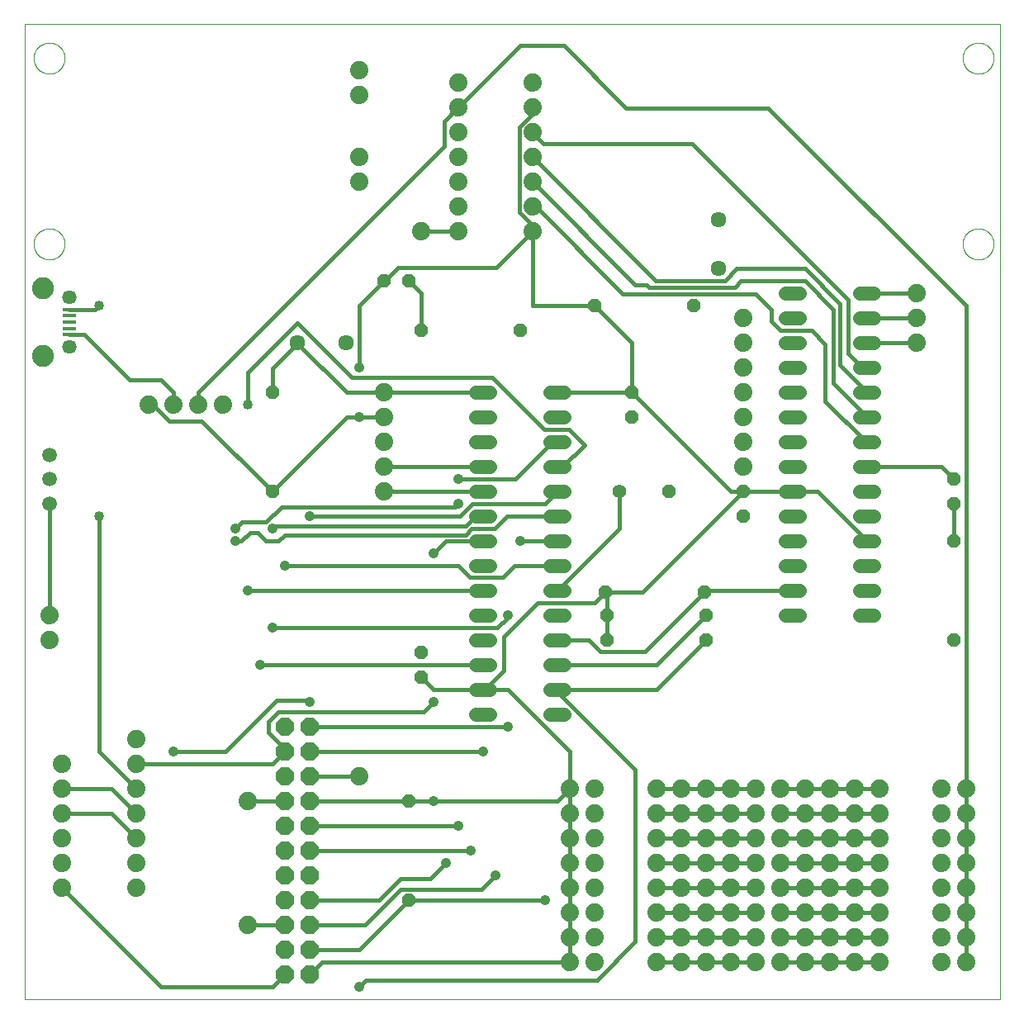
<source format=gtl>
G04 EAGLE Gerber RS-274X export*
G75*
%MOMM*%
%FSLAX34Y34*%
%LPD*%
%INTop Copper*%
%IPPOS*%
%AMOC8*
5,1,8,0,0,1.08239X$1,22.5*%
G01*
%ADD10C,0.000000*%
%ADD11C,1.422400*%
%ADD12R,1.350000X0.400000*%
%ADD13C,1.459600*%
%ADD14C,2.250000*%
%ADD15C,1.509600*%
%ADD16C,1.879600*%
%ADD17P,1.539592X8X22.500000*%
%ADD18P,1.539592X8X202.500000*%
%ADD19C,1.609600*%
%ADD20P,1.539592X8X292.500000*%
%ADD21P,1.539592X8X112.500000*%
%ADD22C,1.422400*%
%ADD23P,2.034460X8X112.500000*%
%ADD24C,0.406400*%
%ADD25C,1.016000*%
%ADD26C,1.058000*%


D10*
X0Y0D02*
X1000000Y0D01*
X1000000Y1000000D01*
X0Y1000000D01*
X0Y0D01*
X9525Y965200D02*
X9530Y965590D01*
X9544Y965979D01*
X9568Y966368D01*
X9601Y966756D01*
X9644Y967143D01*
X9697Y967529D01*
X9759Y967914D01*
X9830Y968297D01*
X9911Y968678D01*
X10001Y969057D01*
X10100Y969434D01*
X10209Y969808D01*
X10326Y970180D01*
X10453Y970548D01*
X10589Y970913D01*
X10733Y971275D01*
X10887Y971633D01*
X11049Y971987D01*
X11220Y972338D01*
X11399Y972683D01*
X11587Y973025D01*
X11784Y973361D01*
X11988Y973693D01*
X12200Y974020D01*
X12421Y974341D01*
X12649Y974657D01*
X12885Y974967D01*
X13128Y975271D01*
X13379Y975569D01*
X13637Y975861D01*
X13903Y976146D01*
X14175Y976425D01*
X14454Y976697D01*
X14739Y976963D01*
X15031Y977221D01*
X15329Y977472D01*
X15633Y977715D01*
X15943Y977951D01*
X16259Y978179D01*
X16580Y978400D01*
X16907Y978612D01*
X17239Y978816D01*
X17575Y979013D01*
X17917Y979201D01*
X18262Y979380D01*
X18613Y979551D01*
X18967Y979713D01*
X19325Y979867D01*
X19687Y980011D01*
X20052Y980147D01*
X20420Y980274D01*
X20792Y980391D01*
X21166Y980500D01*
X21543Y980599D01*
X21922Y980689D01*
X22303Y980770D01*
X22686Y980841D01*
X23071Y980903D01*
X23457Y980956D01*
X23844Y980999D01*
X24232Y981032D01*
X24621Y981056D01*
X25010Y981070D01*
X25400Y981075D01*
X25790Y981070D01*
X26179Y981056D01*
X26568Y981032D01*
X26956Y980999D01*
X27343Y980956D01*
X27729Y980903D01*
X28114Y980841D01*
X28497Y980770D01*
X28878Y980689D01*
X29257Y980599D01*
X29634Y980500D01*
X30008Y980391D01*
X30380Y980274D01*
X30748Y980147D01*
X31113Y980011D01*
X31475Y979867D01*
X31833Y979713D01*
X32187Y979551D01*
X32538Y979380D01*
X32883Y979201D01*
X33225Y979013D01*
X33561Y978816D01*
X33893Y978612D01*
X34220Y978400D01*
X34541Y978179D01*
X34857Y977951D01*
X35167Y977715D01*
X35471Y977472D01*
X35769Y977221D01*
X36061Y976963D01*
X36346Y976697D01*
X36625Y976425D01*
X36897Y976146D01*
X37163Y975861D01*
X37421Y975569D01*
X37672Y975271D01*
X37915Y974967D01*
X38151Y974657D01*
X38379Y974341D01*
X38600Y974020D01*
X38812Y973693D01*
X39016Y973361D01*
X39213Y973025D01*
X39401Y972683D01*
X39580Y972338D01*
X39751Y971987D01*
X39913Y971633D01*
X40067Y971275D01*
X40211Y970913D01*
X40347Y970548D01*
X40474Y970180D01*
X40591Y969808D01*
X40700Y969434D01*
X40799Y969057D01*
X40889Y968678D01*
X40970Y968297D01*
X41041Y967914D01*
X41103Y967529D01*
X41156Y967143D01*
X41199Y966756D01*
X41232Y966368D01*
X41256Y965979D01*
X41270Y965590D01*
X41275Y965200D01*
X41270Y964810D01*
X41256Y964421D01*
X41232Y964032D01*
X41199Y963644D01*
X41156Y963257D01*
X41103Y962871D01*
X41041Y962486D01*
X40970Y962103D01*
X40889Y961722D01*
X40799Y961343D01*
X40700Y960966D01*
X40591Y960592D01*
X40474Y960220D01*
X40347Y959852D01*
X40211Y959487D01*
X40067Y959125D01*
X39913Y958767D01*
X39751Y958413D01*
X39580Y958062D01*
X39401Y957717D01*
X39213Y957375D01*
X39016Y957039D01*
X38812Y956707D01*
X38600Y956380D01*
X38379Y956059D01*
X38151Y955743D01*
X37915Y955433D01*
X37672Y955129D01*
X37421Y954831D01*
X37163Y954539D01*
X36897Y954254D01*
X36625Y953975D01*
X36346Y953703D01*
X36061Y953437D01*
X35769Y953179D01*
X35471Y952928D01*
X35167Y952685D01*
X34857Y952449D01*
X34541Y952221D01*
X34220Y952000D01*
X33893Y951788D01*
X33561Y951584D01*
X33225Y951387D01*
X32883Y951199D01*
X32538Y951020D01*
X32187Y950849D01*
X31833Y950687D01*
X31475Y950533D01*
X31113Y950389D01*
X30748Y950253D01*
X30380Y950126D01*
X30008Y950009D01*
X29634Y949900D01*
X29257Y949801D01*
X28878Y949711D01*
X28497Y949630D01*
X28114Y949559D01*
X27729Y949497D01*
X27343Y949444D01*
X26956Y949401D01*
X26568Y949368D01*
X26179Y949344D01*
X25790Y949330D01*
X25400Y949325D01*
X25010Y949330D01*
X24621Y949344D01*
X24232Y949368D01*
X23844Y949401D01*
X23457Y949444D01*
X23071Y949497D01*
X22686Y949559D01*
X22303Y949630D01*
X21922Y949711D01*
X21543Y949801D01*
X21166Y949900D01*
X20792Y950009D01*
X20420Y950126D01*
X20052Y950253D01*
X19687Y950389D01*
X19325Y950533D01*
X18967Y950687D01*
X18613Y950849D01*
X18262Y951020D01*
X17917Y951199D01*
X17575Y951387D01*
X17239Y951584D01*
X16907Y951788D01*
X16580Y952000D01*
X16259Y952221D01*
X15943Y952449D01*
X15633Y952685D01*
X15329Y952928D01*
X15031Y953179D01*
X14739Y953437D01*
X14454Y953703D01*
X14175Y953975D01*
X13903Y954254D01*
X13637Y954539D01*
X13379Y954831D01*
X13128Y955129D01*
X12885Y955433D01*
X12649Y955743D01*
X12421Y956059D01*
X12200Y956380D01*
X11988Y956707D01*
X11784Y957039D01*
X11587Y957375D01*
X11399Y957717D01*
X11220Y958062D01*
X11049Y958413D01*
X10887Y958767D01*
X10733Y959125D01*
X10589Y959487D01*
X10453Y959852D01*
X10326Y960220D01*
X10209Y960592D01*
X10100Y960966D01*
X10001Y961343D01*
X9911Y961722D01*
X9830Y962103D01*
X9759Y962486D01*
X9697Y962871D01*
X9644Y963257D01*
X9601Y963644D01*
X9568Y964032D01*
X9544Y964421D01*
X9530Y964810D01*
X9525Y965200D01*
X9525Y774700D02*
X9530Y775090D01*
X9544Y775479D01*
X9568Y775868D01*
X9601Y776256D01*
X9644Y776643D01*
X9697Y777029D01*
X9759Y777414D01*
X9830Y777797D01*
X9911Y778178D01*
X10001Y778557D01*
X10100Y778934D01*
X10209Y779308D01*
X10326Y779680D01*
X10453Y780048D01*
X10589Y780413D01*
X10733Y780775D01*
X10887Y781133D01*
X11049Y781487D01*
X11220Y781838D01*
X11399Y782183D01*
X11587Y782525D01*
X11784Y782861D01*
X11988Y783193D01*
X12200Y783520D01*
X12421Y783841D01*
X12649Y784157D01*
X12885Y784467D01*
X13128Y784771D01*
X13379Y785069D01*
X13637Y785361D01*
X13903Y785646D01*
X14175Y785925D01*
X14454Y786197D01*
X14739Y786463D01*
X15031Y786721D01*
X15329Y786972D01*
X15633Y787215D01*
X15943Y787451D01*
X16259Y787679D01*
X16580Y787900D01*
X16907Y788112D01*
X17239Y788316D01*
X17575Y788513D01*
X17917Y788701D01*
X18262Y788880D01*
X18613Y789051D01*
X18967Y789213D01*
X19325Y789367D01*
X19687Y789511D01*
X20052Y789647D01*
X20420Y789774D01*
X20792Y789891D01*
X21166Y790000D01*
X21543Y790099D01*
X21922Y790189D01*
X22303Y790270D01*
X22686Y790341D01*
X23071Y790403D01*
X23457Y790456D01*
X23844Y790499D01*
X24232Y790532D01*
X24621Y790556D01*
X25010Y790570D01*
X25400Y790575D01*
X25790Y790570D01*
X26179Y790556D01*
X26568Y790532D01*
X26956Y790499D01*
X27343Y790456D01*
X27729Y790403D01*
X28114Y790341D01*
X28497Y790270D01*
X28878Y790189D01*
X29257Y790099D01*
X29634Y790000D01*
X30008Y789891D01*
X30380Y789774D01*
X30748Y789647D01*
X31113Y789511D01*
X31475Y789367D01*
X31833Y789213D01*
X32187Y789051D01*
X32538Y788880D01*
X32883Y788701D01*
X33225Y788513D01*
X33561Y788316D01*
X33893Y788112D01*
X34220Y787900D01*
X34541Y787679D01*
X34857Y787451D01*
X35167Y787215D01*
X35471Y786972D01*
X35769Y786721D01*
X36061Y786463D01*
X36346Y786197D01*
X36625Y785925D01*
X36897Y785646D01*
X37163Y785361D01*
X37421Y785069D01*
X37672Y784771D01*
X37915Y784467D01*
X38151Y784157D01*
X38379Y783841D01*
X38600Y783520D01*
X38812Y783193D01*
X39016Y782861D01*
X39213Y782525D01*
X39401Y782183D01*
X39580Y781838D01*
X39751Y781487D01*
X39913Y781133D01*
X40067Y780775D01*
X40211Y780413D01*
X40347Y780048D01*
X40474Y779680D01*
X40591Y779308D01*
X40700Y778934D01*
X40799Y778557D01*
X40889Y778178D01*
X40970Y777797D01*
X41041Y777414D01*
X41103Y777029D01*
X41156Y776643D01*
X41199Y776256D01*
X41232Y775868D01*
X41256Y775479D01*
X41270Y775090D01*
X41275Y774700D01*
X41270Y774310D01*
X41256Y773921D01*
X41232Y773532D01*
X41199Y773144D01*
X41156Y772757D01*
X41103Y772371D01*
X41041Y771986D01*
X40970Y771603D01*
X40889Y771222D01*
X40799Y770843D01*
X40700Y770466D01*
X40591Y770092D01*
X40474Y769720D01*
X40347Y769352D01*
X40211Y768987D01*
X40067Y768625D01*
X39913Y768267D01*
X39751Y767913D01*
X39580Y767562D01*
X39401Y767217D01*
X39213Y766875D01*
X39016Y766539D01*
X38812Y766207D01*
X38600Y765880D01*
X38379Y765559D01*
X38151Y765243D01*
X37915Y764933D01*
X37672Y764629D01*
X37421Y764331D01*
X37163Y764039D01*
X36897Y763754D01*
X36625Y763475D01*
X36346Y763203D01*
X36061Y762937D01*
X35769Y762679D01*
X35471Y762428D01*
X35167Y762185D01*
X34857Y761949D01*
X34541Y761721D01*
X34220Y761500D01*
X33893Y761288D01*
X33561Y761084D01*
X33225Y760887D01*
X32883Y760699D01*
X32538Y760520D01*
X32187Y760349D01*
X31833Y760187D01*
X31475Y760033D01*
X31113Y759889D01*
X30748Y759753D01*
X30380Y759626D01*
X30008Y759509D01*
X29634Y759400D01*
X29257Y759301D01*
X28878Y759211D01*
X28497Y759130D01*
X28114Y759059D01*
X27729Y758997D01*
X27343Y758944D01*
X26956Y758901D01*
X26568Y758868D01*
X26179Y758844D01*
X25790Y758830D01*
X25400Y758825D01*
X25010Y758830D01*
X24621Y758844D01*
X24232Y758868D01*
X23844Y758901D01*
X23457Y758944D01*
X23071Y758997D01*
X22686Y759059D01*
X22303Y759130D01*
X21922Y759211D01*
X21543Y759301D01*
X21166Y759400D01*
X20792Y759509D01*
X20420Y759626D01*
X20052Y759753D01*
X19687Y759889D01*
X19325Y760033D01*
X18967Y760187D01*
X18613Y760349D01*
X18262Y760520D01*
X17917Y760699D01*
X17575Y760887D01*
X17239Y761084D01*
X16907Y761288D01*
X16580Y761500D01*
X16259Y761721D01*
X15943Y761949D01*
X15633Y762185D01*
X15329Y762428D01*
X15031Y762679D01*
X14739Y762937D01*
X14454Y763203D01*
X14175Y763475D01*
X13903Y763754D01*
X13637Y764039D01*
X13379Y764331D01*
X13128Y764629D01*
X12885Y764933D01*
X12649Y765243D01*
X12421Y765559D01*
X12200Y765880D01*
X11988Y766207D01*
X11784Y766539D01*
X11587Y766875D01*
X11399Y767217D01*
X11220Y767562D01*
X11049Y767913D01*
X10887Y768267D01*
X10733Y768625D01*
X10589Y768987D01*
X10453Y769352D01*
X10326Y769720D01*
X10209Y770092D01*
X10100Y770466D01*
X10001Y770843D01*
X9911Y771222D01*
X9830Y771603D01*
X9759Y771986D01*
X9697Y772371D01*
X9644Y772757D01*
X9601Y773144D01*
X9568Y773532D01*
X9544Y773921D01*
X9530Y774310D01*
X9525Y774700D01*
X962025Y774700D02*
X962030Y775090D01*
X962044Y775479D01*
X962068Y775868D01*
X962101Y776256D01*
X962144Y776643D01*
X962197Y777029D01*
X962259Y777414D01*
X962330Y777797D01*
X962411Y778178D01*
X962501Y778557D01*
X962600Y778934D01*
X962709Y779308D01*
X962826Y779680D01*
X962953Y780048D01*
X963089Y780413D01*
X963233Y780775D01*
X963387Y781133D01*
X963549Y781487D01*
X963720Y781838D01*
X963899Y782183D01*
X964087Y782525D01*
X964284Y782861D01*
X964488Y783193D01*
X964700Y783520D01*
X964921Y783841D01*
X965149Y784157D01*
X965385Y784467D01*
X965628Y784771D01*
X965879Y785069D01*
X966137Y785361D01*
X966403Y785646D01*
X966675Y785925D01*
X966954Y786197D01*
X967239Y786463D01*
X967531Y786721D01*
X967829Y786972D01*
X968133Y787215D01*
X968443Y787451D01*
X968759Y787679D01*
X969080Y787900D01*
X969407Y788112D01*
X969739Y788316D01*
X970075Y788513D01*
X970417Y788701D01*
X970762Y788880D01*
X971113Y789051D01*
X971467Y789213D01*
X971825Y789367D01*
X972187Y789511D01*
X972552Y789647D01*
X972920Y789774D01*
X973292Y789891D01*
X973666Y790000D01*
X974043Y790099D01*
X974422Y790189D01*
X974803Y790270D01*
X975186Y790341D01*
X975571Y790403D01*
X975957Y790456D01*
X976344Y790499D01*
X976732Y790532D01*
X977121Y790556D01*
X977510Y790570D01*
X977900Y790575D01*
X978290Y790570D01*
X978679Y790556D01*
X979068Y790532D01*
X979456Y790499D01*
X979843Y790456D01*
X980229Y790403D01*
X980614Y790341D01*
X980997Y790270D01*
X981378Y790189D01*
X981757Y790099D01*
X982134Y790000D01*
X982508Y789891D01*
X982880Y789774D01*
X983248Y789647D01*
X983613Y789511D01*
X983975Y789367D01*
X984333Y789213D01*
X984687Y789051D01*
X985038Y788880D01*
X985383Y788701D01*
X985725Y788513D01*
X986061Y788316D01*
X986393Y788112D01*
X986720Y787900D01*
X987041Y787679D01*
X987357Y787451D01*
X987667Y787215D01*
X987971Y786972D01*
X988269Y786721D01*
X988561Y786463D01*
X988846Y786197D01*
X989125Y785925D01*
X989397Y785646D01*
X989663Y785361D01*
X989921Y785069D01*
X990172Y784771D01*
X990415Y784467D01*
X990651Y784157D01*
X990879Y783841D01*
X991100Y783520D01*
X991312Y783193D01*
X991516Y782861D01*
X991713Y782525D01*
X991901Y782183D01*
X992080Y781838D01*
X992251Y781487D01*
X992413Y781133D01*
X992567Y780775D01*
X992711Y780413D01*
X992847Y780048D01*
X992974Y779680D01*
X993091Y779308D01*
X993200Y778934D01*
X993299Y778557D01*
X993389Y778178D01*
X993470Y777797D01*
X993541Y777414D01*
X993603Y777029D01*
X993656Y776643D01*
X993699Y776256D01*
X993732Y775868D01*
X993756Y775479D01*
X993770Y775090D01*
X993775Y774700D01*
X993770Y774310D01*
X993756Y773921D01*
X993732Y773532D01*
X993699Y773144D01*
X993656Y772757D01*
X993603Y772371D01*
X993541Y771986D01*
X993470Y771603D01*
X993389Y771222D01*
X993299Y770843D01*
X993200Y770466D01*
X993091Y770092D01*
X992974Y769720D01*
X992847Y769352D01*
X992711Y768987D01*
X992567Y768625D01*
X992413Y768267D01*
X992251Y767913D01*
X992080Y767562D01*
X991901Y767217D01*
X991713Y766875D01*
X991516Y766539D01*
X991312Y766207D01*
X991100Y765880D01*
X990879Y765559D01*
X990651Y765243D01*
X990415Y764933D01*
X990172Y764629D01*
X989921Y764331D01*
X989663Y764039D01*
X989397Y763754D01*
X989125Y763475D01*
X988846Y763203D01*
X988561Y762937D01*
X988269Y762679D01*
X987971Y762428D01*
X987667Y762185D01*
X987357Y761949D01*
X987041Y761721D01*
X986720Y761500D01*
X986393Y761288D01*
X986061Y761084D01*
X985725Y760887D01*
X985383Y760699D01*
X985038Y760520D01*
X984687Y760349D01*
X984333Y760187D01*
X983975Y760033D01*
X983613Y759889D01*
X983248Y759753D01*
X982880Y759626D01*
X982508Y759509D01*
X982134Y759400D01*
X981757Y759301D01*
X981378Y759211D01*
X980997Y759130D01*
X980614Y759059D01*
X980229Y758997D01*
X979843Y758944D01*
X979456Y758901D01*
X979068Y758868D01*
X978679Y758844D01*
X978290Y758830D01*
X977900Y758825D01*
X977510Y758830D01*
X977121Y758844D01*
X976732Y758868D01*
X976344Y758901D01*
X975957Y758944D01*
X975571Y758997D01*
X975186Y759059D01*
X974803Y759130D01*
X974422Y759211D01*
X974043Y759301D01*
X973666Y759400D01*
X973292Y759509D01*
X972920Y759626D01*
X972552Y759753D01*
X972187Y759889D01*
X971825Y760033D01*
X971467Y760187D01*
X971113Y760349D01*
X970762Y760520D01*
X970417Y760699D01*
X970075Y760887D01*
X969739Y761084D01*
X969407Y761288D01*
X969080Y761500D01*
X968759Y761721D01*
X968443Y761949D01*
X968133Y762185D01*
X967829Y762428D01*
X967531Y762679D01*
X967239Y762937D01*
X966954Y763203D01*
X966675Y763475D01*
X966403Y763754D01*
X966137Y764039D01*
X965879Y764331D01*
X965628Y764629D01*
X965385Y764933D01*
X965149Y765243D01*
X964921Y765559D01*
X964700Y765880D01*
X964488Y766207D01*
X964284Y766539D01*
X964087Y766875D01*
X963899Y767217D01*
X963720Y767562D01*
X963549Y767913D01*
X963387Y768267D01*
X963233Y768625D01*
X963089Y768987D01*
X962953Y769352D01*
X962826Y769720D01*
X962709Y770092D01*
X962600Y770466D01*
X962501Y770843D01*
X962411Y771222D01*
X962330Y771603D01*
X962259Y771986D01*
X962197Y772371D01*
X962144Y772757D01*
X962101Y773144D01*
X962068Y773532D01*
X962044Y773921D01*
X962030Y774310D01*
X962025Y774700D01*
X962025Y965200D02*
X962030Y965590D01*
X962044Y965979D01*
X962068Y966368D01*
X962101Y966756D01*
X962144Y967143D01*
X962197Y967529D01*
X962259Y967914D01*
X962330Y968297D01*
X962411Y968678D01*
X962501Y969057D01*
X962600Y969434D01*
X962709Y969808D01*
X962826Y970180D01*
X962953Y970548D01*
X963089Y970913D01*
X963233Y971275D01*
X963387Y971633D01*
X963549Y971987D01*
X963720Y972338D01*
X963899Y972683D01*
X964087Y973025D01*
X964284Y973361D01*
X964488Y973693D01*
X964700Y974020D01*
X964921Y974341D01*
X965149Y974657D01*
X965385Y974967D01*
X965628Y975271D01*
X965879Y975569D01*
X966137Y975861D01*
X966403Y976146D01*
X966675Y976425D01*
X966954Y976697D01*
X967239Y976963D01*
X967531Y977221D01*
X967829Y977472D01*
X968133Y977715D01*
X968443Y977951D01*
X968759Y978179D01*
X969080Y978400D01*
X969407Y978612D01*
X969739Y978816D01*
X970075Y979013D01*
X970417Y979201D01*
X970762Y979380D01*
X971113Y979551D01*
X971467Y979713D01*
X971825Y979867D01*
X972187Y980011D01*
X972552Y980147D01*
X972920Y980274D01*
X973292Y980391D01*
X973666Y980500D01*
X974043Y980599D01*
X974422Y980689D01*
X974803Y980770D01*
X975186Y980841D01*
X975571Y980903D01*
X975957Y980956D01*
X976344Y980999D01*
X976732Y981032D01*
X977121Y981056D01*
X977510Y981070D01*
X977900Y981075D01*
X978290Y981070D01*
X978679Y981056D01*
X979068Y981032D01*
X979456Y980999D01*
X979843Y980956D01*
X980229Y980903D01*
X980614Y980841D01*
X980997Y980770D01*
X981378Y980689D01*
X981757Y980599D01*
X982134Y980500D01*
X982508Y980391D01*
X982880Y980274D01*
X983248Y980147D01*
X983613Y980011D01*
X983975Y979867D01*
X984333Y979713D01*
X984687Y979551D01*
X985038Y979380D01*
X985383Y979201D01*
X985725Y979013D01*
X986061Y978816D01*
X986393Y978612D01*
X986720Y978400D01*
X987041Y978179D01*
X987357Y977951D01*
X987667Y977715D01*
X987971Y977472D01*
X988269Y977221D01*
X988561Y976963D01*
X988846Y976697D01*
X989125Y976425D01*
X989397Y976146D01*
X989663Y975861D01*
X989921Y975569D01*
X990172Y975271D01*
X990415Y974967D01*
X990651Y974657D01*
X990879Y974341D01*
X991100Y974020D01*
X991312Y973693D01*
X991516Y973361D01*
X991713Y973025D01*
X991901Y972683D01*
X992080Y972338D01*
X992251Y971987D01*
X992413Y971633D01*
X992567Y971275D01*
X992711Y970913D01*
X992847Y970548D01*
X992974Y970180D01*
X993091Y969808D01*
X993200Y969434D01*
X993299Y969057D01*
X993389Y968678D01*
X993470Y968297D01*
X993541Y967914D01*
X993603Y967529D01*
X993656Y967143D01*
X993699Y966756D01*
X993732Y966368D01*
X993756Y965979D01*
X993770Y965590D01*
X993775Y965200D01*
X993770Y964810D01*
X993756Y964421D01*
X993732Y964032D01*
X993699Y963644D01*
X993656Y963257D01*
X993603Y962871D01*
X993541Y962486D01*
X993470Y962103D01*
X993389Y961722D01*
X993299Y961343D01*
X993200Y960966D01*
X993091Y960592D01*
X992974Y960220D01*
X992847Y959852D01*
X992711Y959487D01*
X992567Y959125D01*
X992413Y958767D01*
X992251Y958413D01*
X992080Y958062D01*
X991901Y957717D01*
X991713Y957375D01*
X991516Y957039D01*
X991312Y956707D01*
X991100Y956380D01*
X990879Y956059D01*
X990651Y955743D01*
X990415Y955433D01*
X990172Y955129D01*
X989921Y954831D01*
X989663Y954539D01*
X989397Y954254D01*
X989125Y953975D01*
X988846Y953703D01*
X988561Y953437D01*
X988269Y953179D01*
X987971Y952928D01*
X987667Y952685D01*
X987357Y952449D01*
X987041Y952221D01*
X986720Y952000D01*
X986393Y951788D01*
X986061Y951584D01*
X985725Y951387D01*
X985383Y951199D01*
X985038Y951020D01*
X984687Y950849D01*
X984333Y950687D01*
X983975Y950533D01*
X983613Y950389D01*
X983248Y950253D01*
X982880Y950126D01*
X982508Y950009D01*
X982134Y949900D01*
X981757Y949801D01*
X981378Y949711D01*
X980997Y949630D01*
X980614Y949559D01*
X980229Y949497D01*
X979843Y949444D01*
X979456Y949401D01*
X979068Y949368D01*
X978679Y949344D01*
X978290Y949330D01*
X977900Y949325D01*
X977510Y949330D01*
X977121Y949344D01*
X976732Y949368D01*
X976344Y949401D01*
X975957Y949444D01*
X975571Y949497D01*
X975186Y949559D01*
X974803Y949630D01*
X974422Y949711D01*
X974043Y949801D01*
X973666Y949900D01*
X973292Y950009D01*
X972920Y950126D01*
X972552Y950253D01*
X972187Y950389D01*
X971825Y950533D01*
X971467Y950687D01*
X971113Y950849D01*
X970762Y951020D01*
X970417Y951199D01*
X970075Y951387D01*
X969739Y951584D01*
X969407Y951788D01*
X969080Y952000D01*
X968759Y952221D01*
X968443Y952449D01*
X968133Y952685D01*
X967829Y952928D01*
X967531Y953179D01*
X967239Y953437D01*
X966954Y953703D01*
X966675Y953975D01*
X966403Y954254D01*
X966137Y954539D01*
X965879Y954831D01*
X965628Y955129D01*
X965385Y955433D01*
X965149Y955743D01*
X964921Y956059D01*
X964700Y956380D01*
X964488Y956707D01*
X964284Y957039D01*
X964087Y957375D01*
X963899Y957717D01*
X963720Y958062D01*
X963549Y958413D01*
X963387Y958767D01*
X963233Y959125D01*
X963089Y959487D01*
X962953Y959852D01*
X962826Y960220D01*
X962709Y960592D01*
X962600Y960966D01*
X962501Y961343D01*
X962411Y961722D01*
X962330Y962103D01*
X962259Y962486D01*
X962197Y962871D01*
X962144Y963257D01*
X962101Y963644D01*
X962068Y964032D01*
X962044Y964421D01*
X962030Y964810D01*
X962025Y965200D01*
D11*
X477012Y622300D02*
X462788Y622300D01*
X462788Y596900D02*
X477012Y596900D01*
X477012Y571500D02*
X462788Y571500D01*
X462788Y546100D02*
X477012Y546100D01*
X477012Y520700D02*
X462788Y520700D01*
X462788Y495300D02*
X477012Y495300D01*
X477012Y469900D02*
X462788Y469900D01*
X462788Y444500D02*
X477012Y444500D01*
X477012Y419100D02*
X462788Y419100D01*
X462788Y393700D02*
X477012Y393700D01*
X477012Y368300D02*
X462788Y368300D01*
X462788Y342900D02*
X477012Y342900D01*
X477012Y317500D02*
X462788Y317500D01*
X462788Y292100D02*
X477012Y292100D01*
X538988Y292100D02*
X553212Y292100D01*
X553212Y317500D02*
X538988Y317500D01*
X538988Y342900D02*
X553212Y342900D01*
X553212Y368300D02*
X538988Y368300D01*
X538988Y393700D02*
X553212Y393700D01*
X553212Y419100D02*
X538988Y419100D01*
X538988Y444500D02*
X553212Y444500D01*
X553212Y469900D02*
X538988Y469900D01*
X538988Y495300D02*
X553212Y495300D01*
X553212Y520700D02*
X538988Y520700D01*
X538988Y546100D02*
X553212Y546100D01*
X553212Y571500D02*
X538988Y571500D01*
X538988Y596900D02*
X553212Y596900D01*
X553212Y622300D02*
X538988Y622300D01*
D12*
X46050Y707690D03*
X46050Y701190D03*
X46050Y694690D03*
X46050Y688090D03*
X46050Y681690D03*
D13*
X46050Y720090D03*
X46050Y669290D03*
D14*
X19050Y729690D03*
X19050Y659690D03*
D15*
X25400Y558400D03*
X25400Y533400D03*
X25400Y508400D03*
D16*
X25400Y368300D03*
X25400Y393700D03*
X127000Y609600D03*
X152400Y609600D03*
X177800Y609600D03*
X203200Y609600D03*
D17*
X368300Y736600D03*
X393700Y736600D03*
D18*
X508000Y685800D03*
X406400Y685800D03*
D16*
X368300Y622300D03*
X368300Y596900D03*
X368300Y571500D03*
X368300Y546100D03*
X368300Y520700D03*
D19*
X279800Y673100D03*
X329800Y673100D03*
D20*
X254000Y622300D03*
X254000Y520700D03*
X622300Y622300D03*
X622300Y596900D03*
D21*
X406400Y330200D03*
X406400Y355600D03*
D22*
X609600Y520700D03*
D17*
X660400Y520700D03*
D16*
X38100Y241300D03*
X38100Y215900D03*
X38100Y190500D03*
X38100Y165100D03*
X38100Y139700D03*
X38100Y114300D03*
X114300Y266700D03*
X114300Y241300D03*
X114300Y215900D03*
X114300Y190500D03*
X114300Y165100D03*
X114300Y139700D03*
X114300Y114300D03*
D11*
X780288Y723900D02*
X794512Y723900D01*
X794512Y698500D02*
X780288Y698500D01*
X780288Y673100D02*
X794512Y673100D01*
X794512Y647700D02*
X780288Y647700D01*
X780288Y622300D02*
X794512Y622300D01*
X794512Y596900D02*
X780288Y596900D01*
X780288Y571500D02*
X794512Y571500D01*
X794512Y546100D02*
X780288Y546100D01*
X780288Y520700D02*
X794512Y520700D01*
X794512Y495300D02*
X780288Y495300D01*
X780288Y469900D02*
X794512Y469900D01*
X794512Y444500D02*
X780288Y444500D01*
X780288Y419100D02*
X794512Y419100D01*
X794512Y393700D02*
X780288Y393700D01*
X856488Y393700D02*
X870712Y393700D01*
X870712Y419100D02*
X856488Y419100D01*
X856488Y444500D02*
X870712Y444500D01*
X870712Y469900D02*
X856488Y469900D01*
X856488Y495300D02*
X870712Y495300D01*
X870712Y520700D02*
X856488Y520700D01*
X856488Y546100D02*
X870712Y546100D01*
X870712Y571500D02*
X856488Y571500D01*
X856488Y596900D02*
X870712Y596900D01*
X870712Y622300D02*
X856488Y622300D01*
X856488Y647700D02*
X870712Y647700D01*
X870712Y673100D02*
X856488Y673100D01*
X856488Y698500D02*
X870712Y698500D01*
X870712Y723900D02*
X856488Y723900D01*
D20*
X736600Y520700D03*
X736600Y495300D03*
D18*
X698500Y393700D03*
X596900Y393700D03*
X697230Y417830D03*
X595630Y417830D03*
D20*
X952500Y533400D03*
X952500Y508000D03*
D21*
X952500Y368300D03*
X952500Y469900D03*
D19*
X711200Y749700D03*
X711200Y799700D03*
D18*
X685800Y711200D03*
X584200Y711200D03*
D16*
X444500Y939800D03*
X444500Y914400D03*
X444500Y889000D03*
X444500Y863600D03*
X444500Y838200D03*
X444500Y812800D03*
X444500Y787400D03*
X520700Y787400D03*
X520700Y812800D03*
X520700Y838200D03*
X520700Y863600D03*
X520700Y889000D03*
X520700Y914400D03*
X520700Y939800D03*
X342900Y927100D03*
X342900Y952500D03*
X342900Y838200D03*
X342900Y863600D03*
D23*
X292100Y25400D03*
X266700Y25400D03*
X292100Y50800D03*
X266700Y50800D03*
X292100Y76200D03*
X266700Y76200D03*
X292100Y101600D03*
X266700Y101600D03*
X292100Y127000D03*
X266700Y127000D03*
X292100Y152400D03*
X266700Y152400D03*
X292100Y177800D03*
X266700Y177800D03*
X292100Y203200D03*
X266700Y203200D03*
X292100Y228600D03*
X266700Y228600D03*
X292100Y254000D03*
X266700Y254000D03*
X292100Y279400D03*
X266700Y279400D03*
D18*
X698500Y368300D03*
X596900Y368300D03*
D21*
X393700Y101600D03*
X393700Y203200D03*
D16*
X228600Y203200D03*
X228600Y76200D03*
X342900Y228600D03*
X736600Y698500D03*
X736600Y673100D03*
X736600Y647700D03*
X736600Y622300D03*
X736600Y596900D03*
X736600Y571500D03*
X736600Y546100D03*
X914400Y723900D03*
X914400Y698500D03*
X914400Y673100D03*
X749300Y38100D03*
X749300Y63500D03*
X749300Y88900D03*
X749300Y114300D03*
X749300Y139700D03*
X749300Y165100D03*
X749300Y190500D03*
X749300Y215900D03*
X673100Y38100D03*
X673100Y63500D03*
X673100Y88900D03*
X673100Y114300D03*
X673100Y139700D03*
X673100Y165100D03*
X673100Y190500D03*
X673100Y215900D03*
X647700Y38100D03*
X647700Y63500D03*
X647700Y88900D03*
X647700Y114300D03*
X647700Y139700D03*
X647700Y165100D03*
X647700Y190500D03*
X647700Y215900D03*
X698500Y38100D03*
X698500Y63500D03*
X698500Y88900D03*
X698500Y114300D03*
X698500Y139700D03*
X698500Y165100D03*
X698500Y190500D03*
X698500Y215900D03*
X723900Y38100D03*
X723900Y63500D03*
X723900Y88900D03*
X723900Y114300D03*
X723900Y139700D03*
X723900Y165100D03*
X723900Y190500D03*
X723900Y215900D03*
X774700Y38100D03*
X774700Y63500D03*
X774700Y88900D03*
X774700Y114300D03*
X774700Y139700D03*
X774700Y165100D03*
X774700Y190500D03*
X774700Y215900D03*
X800100Y38100D03*
X800100Y63500D03*
X800100Y88900D03*
X800100Y114300D03*
X800100Y139700D03*
X800100Y165100D03*
X800100Y190500D03*
X800100Y215900D03*
X825500Y38100D03*
X825500Y63500D03*
X825500Y88900D03*
X825500Y114300D03*
X825500Y139700D03*
X825500Y165100D03*
X825500Y190500D03*
X825500Y215900D03*
X850900Y38100D03*
X850900Y63500D03*
X850900Y88900D03*
X850900Y114300D03*
X850900Y139700D03*
X850900Y165100D03*
X850900Y190500D03*
X850900Y215900D03*
X876300Y38100D03*
X876300Y63500D03*
X876300Y88900D03*
X876300Y114300D03*
X876300Y139700D03*
X876300Y165100D03*
X876300Y190500D03*
X876300Y215900D03*
X558800Y38100D03*
X558800Y63500D03*
X558800Y88900D03*
X558800Y114300D03*
X558800Y139700D03*
X558800Y165100D03*
X558800Y190500D03*
X558800Y215900D03*
X584200Y38100D03*
X584200Y63500D03*
X584200Y88900D03*
X584200Y114300D03*
X584200Y139700D03*
X584200Y165100D03*
X584200Y190500D03*
X584200Y215900D03*
X939800Y38100D03*
X939800Y63500D03*
X939800Y88900D03*
X939800Y114300D03*
X939800Y139700D03*
X939800Y165100D03*
X939800Y190500D03*
X939800Y215900D03*
X965200Y38100D03*
X965200Y63500D03*
X965200Y88900D03*
X965200Y114300D03*
X965200Y139700D03*
X965200Y165100D03*
X965200Y190500D03*
X965200Y215900D03*
X406400Y787400D03*
D24*
X107980Y635000D02*
X61290Y681690D01*
X46050Y681690D01*
X107980Y635000D02*
X139700Y635000D01*
X152400Y622300D01*
X152400Y609600D01*
X266700Y25400D02*
X254000Y12700D01*
X139700Y12700D01*
X38100Y114300D01*
X46050Y707690D02*
X72690Y707690D01*
X76200Y711200D01*
D25*
X76200Y711200D03*
D24*
X25400Y508400D02*
X25400Y393700D01*
X177800Y609600D02*
X177800Y622300D01*
X965200Y711200D02*
X965200Y215900D01*
X762254Y914146D02*
X616934Y914146D01*
X762254Y914146D02*
X965200Y711200D01*
X965200Y215900D02*
X965200Y190500D01*
X965200Y165100D01*
X965200Y139700D01*
X965200Y114300D01*
X965200Y88900D01*
X965200Y63500D01*
X965200Y38100D01*
X430276Y874776D02*
X430276Y900716D01*
X443960Y914400D02*
X444500Y914400D01*
X443960Y914400D02*
X430276Y900716D01*
X430276Y874776D02*
X177800Y622300D01*
X444500Y914400D02*
X508000Y977900D01*
X553180Y977900D02*
X616934Y914146D01*
X553180Y977900D02*
X508000Y977900D01*
X181864Y592836D02*
X254000Y520700D01*
X131540Y609600D02*
X127000Y609600D01*
X131540Y609600D02*
X148304Y592836D01*
X181864Y592836D01*
X254000Y520700D02*
X330200Y596900D01*
X342900Y596900D01*
X368300Y736600D02*
X369172Y736600D01*
X383142Y750570D01*
X520700Y711200D02*
X584200Y711200D01*
X622300Y673100D01*
X622300Y622300D01*
X546100Y622300D01*
X622300Y622300D02*
X723900Y520700D01*
X736600Y520700D01*
X633730Y417830D01*
X595630Y417830D01*
X736600Y520700D02*
X787400Y520700D01*
X812800Y520700D01*
X863600Y469900D01*
X595630Y417830D02*
X584200Y406400D01*
X525780Y406400D01*
X491744Y372364D01*
X491744Y337422D02*
X471822Y317500D01*
X469900Y317500D01*
X491744Y337422D02*
X491744Y372364D01*
X495300Y317500D02*
X558800Y254000D01*
X495300Y317500D02*
X469900Y317500D01*
X558800Y254000D02*
X558800Y215900D01*
X469900Y317500D02*
X419100Y317500D01*
X406400Y330200D01*
X546100Y203200D02*
X558800Y215900D01*
X546100Y203200D02*
X419100Y203200D01*
X393700Y203200D01*
X292100Y203200D01*
X595630Y417830D02*
X596900Y416560D01*
X596900Y393700D01*
X596900Y368300D01*
D26*
X342900Y596900D03*
X342900Y647700D03*
D24*
X342900Y711200D02*
X368300Y736600D01*
X342900Y711200D02*
X342900Y647700D01*
X558800Y215900D02*
X558800Y190500D01*
X558800Y165100D01*
X558800Y139700D01*
X558800Y114300D01*
X558800Y88900D01*
X558800Y63500D01*
X558800Y38100D01*
X304800Y38100D02*
X292100Y25400D01*
X304800Y38100D02*
X558800Y38100D01*
X520700Y711200D02*
X520700Y787400D01*
X483870Y750570D01*
X383142Y750570D01*
X266700Y254000D02*
X254000Y241300D01*
X114300Y241300D01*
D26*
X419100Y203200D03*
X419100Y304800D03*
D24*
X260064Y294894D02*
X249936Y284766D01*
X249936Y274034D01*
X409194Y294894D02*
X419100Y304800D01*
X409194Y294894D02*
X260064Y294894D01*
X266700Y257270D02*
X266700Y254000D01*
X266700Y257270D02*
X249936Y274034D01*
X520700Y787400D02*
X520700Y793762D01*
X520700Y908038D02*
X520700Y914400D01*
X507238Y807224D02*
X520700Y793762D01*
X507238Y807224D02*
X507238Y894576D01*
X520700Y908038D01*
X368300Y596900D02*
X342900Y596900D01*
X406400Y723900D02*
X393700Y736600D01*
X406400Y723900D02*
X406400Y685800D01*
X254000Y647300D02*
X254000Y622300D01*
X254000Y647300D02*
X279600Y672900D01*
X279800Y673100D01*
X330200Y622300D02*
X368300Y622300D01*
X330200Y622300D02*
X279600Y672900D01*
X368300Y622300D02*
X469900Y622300D01*
X609600Y482600D02*
X546100Y419100D01*
X609600Y482600D02*
X609600Y520700D01*
X88900Y215900D02*
X38100Y215900D01*
X88900Y215900D02*
X114300Y190500D01*
X292100Y495300D02*
X446388Y495300D01*
X459088Y508000D01*
X533400Y508000D02*
X546100Y520700D01*
X533400Y508000D02*
X459088Y508000D01*
D26*
X292100Y495300D03*
X292100Y304800D03*
D24*
X290068Y306832D01*
X259020Y306832D01*
X206188Y254000D02*
X152400Y254000D01*
X206188Y254000D02*
X259020Y306832D01*
D26*
X152400Y254000D03*
D24*
X88900Y190500D02*
X38100Y190500D01*
X88900Y190500D02*
X114300Y165100D01*
D26*
X215900Y482600D03*
D24*
X223012Y489712D01*
X247913Y489712D01*
X263407Y505206D01*
X541672Y571500D02*
X546100Y571500D01*
X541672Y571500D02*
X503572Y533400D01*
X444500Y533400D01*
D26*
X444500Y533400D03*
X444500Y508000D03*
D24*
X441706Y505206D01*
X263407Y505206D01*
X558182Y584200D02*
X574057Y568325D01*
X558182Y584200D02*
X532782Y584200D01*
X335878Y637794D02*
X279800Y693872D01*
X479188Y637794D02*
X532782Y584200D01*
X479188Y637794D02*
X335878Y637794D01*
X551832Y546100D02*
X574057Y568325D01*
X551832Y546100D02*
X546100Y546100D01*
X76200Y495300D02*
X76200Y254000D01*
X114300Y215900D01*
D25*
X76200Y495300D03*
D24*
X228600Y609600D02*
X228600Y642672D01*
X279800Y693872D01*
D25*
X228600Y609600D03*
D26*
X215900Y469900D03*
D24*
X452685Y476532D02*
X458753Y482600D01*
X481982Y482600D01*
X238760Y479072D02*
X231422Y479072D01*
X266700Y476532D02*
X452685Y476532D01*
X494682Y495300D02*
X546100Y495300D01*
X494682Y495300D02*
X481982Y482600D01*
X231422Y479072D02*
X222250Y469900D01*
X215900Y469900D01*
X238760Y479072D02*
X247932Y469900D01*
X260068Y469900D02*
X266700Y476532D01*
X260068Y469900D02*
X247932Y469900D01*
X546100Y342900D02*
X647700Y342900D01*
X698500Y393700D01*
X578722Y368300D02*
X546100Y368300D01*
X578722Y368300D02*
X590152Y356870D01*
X636270Y356870D01*
X697230Y417830D01*
X698500Y419100D01*
X787400Y419100D01*
X863600Y546100D02*
X939800Y546100D01*
X952500Y533400D01*
X952500Y508000D02*
X952500Y469900D01*
X718336Y737334D02*
X730302Y749300D01*
X718336Y737334D02*
X646966Y737334D01*
X863600Y622918D02*
X863600Y622300D01*
X836168Y650350D02*
X836168Y713232D01*
X836168Y650350D02*
X863600Y622918D01*
X800100Y749300D02*
X730302Y749300D01*
X800100Y749300D02*
X836168Y713232D01*
X646966Y737334D02*
X520700Y863600D01*
X734395Y736600D02*
X800100Y736600D01*
X728271Y730476D02*
X640080Y730476D01*
X637540Y733016D01*
X728271Y730476D02*
X734395Y736600D01*
X800100Y736600D02*
X829310Y707390D01*
X863600Y597518D02*
X863600Y596900D01*
X829310Y631808D02*
X829310Y707390D01*
X829310Y631808D02*
X863600Y597518D01*
X625884Y733016D02*
X520700Y838200D01*
X625884Y733016D02*
X637540Y733016D01*
X613410Y723618D02*
X749582Y723618D01*
X765556Y707644D02*
X765556Y695562D01*
X775318Y685800D01*
X807102Y685800D01*
X821182Y671720D01*
X821182Y613266D01*
X862948Y571500D02*
X863600Y571500D01*
X862948Y571500D02*
X821182Y613266D01*
X765556Y707644D02*
X749582Y723618D01*
X524228Y812800D02*
X520700Y812800D01*
X524228Y812800D02*
X613410Y723618D01*
X859138Y647700D02*
X863600Y647700D01*
X859138Y647700D02*
X844296Y662542D01*
X844296Y717804D01*
X684530Y877570D02*
X532130Y877570D01*
X520700Y889000D01*
X684530Y877570D02*
X844296Y717804D01*
X647700Y317500D02*
X546100Y317500D01*
X647700Y317500D02*
X698500Y368300D01*
X546100Y317500D02*
X546100Y315612D01*
X626364Y235348D01*
X626364Y59404D01*
X587026Y20066D01*
X350266Y20066D02*
X342900Y12700D01*
X350266Y20066D02*
X587026Y20066D01*
D26*
X342900Y12700D03*
X533400Y101600D03*
D24*
X393700Y101600D01*
X342900Y50800D01*
X292100Y50800D01*
D26*
X254000Y381000D03*
D24*
X484522Y381000D01*
D26*
X495300Y393700D03*
D24*
X495300Y391778D01*
X484522Y381000D01*
D26*
X228600Y419100D03*
D24*
X469900Y419100D01*
D26*
X254000Y482600D03*
D24*
X256540Y485140D02*
X452120Y485140D01*
X256540Y485140D02*
X254000Y482600D01*
X462280Y495300D02*
X469900Y495300D01*
X462280Y495300D02*
X452120Y485140D01*
D26*
X444500Y177800D03*
D24*
X292100Y177800D01*
X292100Y152400D02*
X457200Y152400D01*
D26*
X457200Y152400D03*
X431800Y139700D03*
D24*
X415798Y123698D01*
X385907Y123698D01*
X363809Y101600D02*
X292100Y101600D01*
X363809Y101600D02*
X385907Y123698D01*
D26*
X419100Y457200D03*
D24*
X431800Y469900D01*
X469900Y469900D01*
D26*
X482600Y127000D03*
D24*
X468630Y113030D01*
X348852Y76200D02*
X292100Y76200D01*
X385682Y113030D02*
X468630Y113030D01*
X385682Y113030D02*
X348852Y76200D01*
X368300Y546100D02*
X469900Y546100D01*
X469900Y520700D02*
X368300Y520700D01*
D26*
X241300Y342900D03*
D24*
X469900Y342900D01*
X469900Y254000D02*
X292100Y254000D01*
D26*
X469900Y254000D03*
D24*
X495300Y279400D02*
X292100Y279400D01*
D26*
X495300Y279400D03*
X508000Y469900D03*
D24*
X546100Y469900D01*
D26*
X266700Y444500D03*
D24*
X456548Y433070D02*
X490872Y433070D01*
X502302Y444500D02*
X546100Y444500D01*
X445118Y444500D02*
X266700Y444500D01*
X490872Y433070D02*
X502302Y444500D01*
X456548Y433070D02*
X445118Y444500D01*
X266700Y76200D02*
X228600Y76200D01*
X292100Y228600D02*
X342900Y228600D01*
X266700Y203200D02*
X228600Y203200D01*
X863600Y723900D02*
X914400Y723900D01*
X914400Y698500D02*
X863600Y698500D01*
X863600Y673100D02*
X914400Y673100D01*
X673100Y215900D02*
X647700Y215900D01*
X673100Y215900D02*
X698500Y215900D01*
X723900Y215900D01*
X749300Y215900D01*
X749300Y190500D02*
X723900Y190500D01*
X698500Y190500D01*
X673100Y190500D01*
X647700Y190500D01*
X647700Y165100D02*
X673100Y165100D01*
X698500Y165100D01*
X723900Y165100D01*
X749300Y165100D01*
X749300Y139700D02*
X723900Y139700D01*
X698500Y139700D01*
X673100Y139700D01*
X647700Y139700D01*
X647700Y114300D02*
X673100Y114300D01*
X698500Y114300D02*
X723900Y114300D01*
X749300Y114300D01*
X698500Y114300D02*
X673100Y114300D01*
X723900Y88900D02*
X749300Y88900D01*
X723900Y88900D02*
X698500Y88900D01*
X673100Y88900D01*
X647700Y88900D01*
X647700Y63500D02*
X673100Y63500D01*
X698500Y63500D01*
X723900Y63500D01*
X749300Y63500D01*
X749300Y38100D02*
X723900Y38100D01*
X698500Y38100D01*
X673100Y38100D01*
X647700Y38100D01*
X774700Y215900D02*
X800100Y215900D01*
X825500Y215900D01*
X850900Y215900D01*
X876300Y215900D01*
X876300Y190500D02*
X850900Y190500D01*
X825500Y190500D01*
X800100Y190500D01*
X774700Y190500D01*
X774700Y165100D02*
X800100Y165100D01*
X825500Y165100D01*
X850900Y165100D02*
X876300Y165100D01*
X850900Y165100D02*
X825500Y165100D01*
X850900Y139700D02*
X876300Y139700D01*
X850900Y139700D02*
X825500Y139700D01*
X800100Y139700D01*
X774700Y139700D01*
X774700Y114300D02*
X800100Y114300D01*
X825500Y114300D01*
X850900Y114300D01*
X876300Y114300D01*
X876300Y88900D02*
X850900Y88900D01*
X825500Y88900D01*
X800100Y88900D01*
X774700Y88900D01*
X774700Y63500D02*
X800100Y63500D01*
X825500Y63500D01*
X850900Y63500D01*
X876300Y63500D01*
X800100Y38100D02*
X774700Y38100D01*
X850900Y38100D02*
X876300Y38100D01*
X825500Y38100D02*
X800100Y38100D01*
X825500Y38100D02*
X850900Y38100D01*
X444500Y787400D02*
X406400Y787400D01*
M02*

</source>
